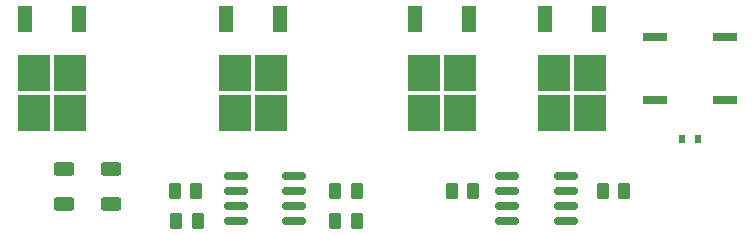
<source format=gbr>
%TF.GenerationSoftware,KiCad,Pcbnew,(6.0.1)*%
%TF.CreationDate,2022-03-07T20:23:26-06:00*%
%TF.ProjectId,light_board,6c696768-745f-4626-9f61-72642e6b6963,rev?*%
%TF.SameCoordinates,Original*%
%TF.FileFunction,Paste,Top*%
%TF.FilePolarity,Positive*%
%FSLAX46Y46*%
G04 Gerber Fmt 4.6, Leading zero omitted, Abs format (unit mm)*
G04 Created by KiCad (PCBNEW (6.0.1)) date 2022-03-07 20:23:26*
%MOMM*%
%LPD*%
G01*
G04 APERTURE LIST*
G04 Aperture macros list*
%AMRoundRect*
0 Rectangle with rounded corners*
0 $1 Rounding radius*
0 $2 $3 $4 $5 $6 $7 $8 $9 X,Y pos of 4 corners*
0 Add a 4 corners polygon primitive as box body*
4,1,4,$2,$3,$4,$5,$6,$7,$8,$9,$2,$3,0*
0 Add four circle primitives for the rounded corners*
1,1,$1+$1,$2,$3*
1,1,$1+$1,$4,$5*
1,1,$1+$1,$6,$7*
1,1,$1+$1,$8,$9*
0 Add four rect primitives between the rounded corners*
20,1,$1+$1,$2,$3,$4,$5,0*
20,1,$1+$1,$4,$5,$6,$7,0*
20,1,$1+$1,$6,$7,$8,$9,0*
20,1,$1+$1,$8,$9,$2,$3,0*%
G04 Aperture macros list end*
%ADD10RoundRect,0.250000X-0.625000X0.312500X-0.625000X-0.312500X0.625000X-0.312500X0.625000X0.312500X0*%
%ADD11R,0.600000X0.700000*%
%ADD12RoundRect,0.150000X-0.825000X-0.150000X0.825000X-0.150000X0.825000X0.150000X-0.825000X0.150000X0*%
%ADD13R,2.750000X3.050000*%
%ADD14R,1.200000X2.200000*%
%ADD15RoundRect,0.250000X0.625000X-0.312500X0.625000X0.312500X-0.625000X0.312500X-0.625000X-0.312500X0*%
%ADD16R,2.000000X0.800000*%
%ADD17RoundRect,0.250000X0.262500X0.450000X-0.262500X0.450000X-0.262500X-0.450000X0.262500X-0.450000X0*%
%ADD18RoundRect,0.250000X-0.262500X-0.450000X0.262500X-0.450000X0.262500X0.450000X-0.262500X0.450000X0*%
G04 APERTURE END LIST*
D10*
%TO.C,R9*%
X102500000Y-112437500D03*
X102500000Y-115362500D03*
%TD*%
D11*
%TO.C,D3*%
X154800000Y-109900000D03*
X156200000Y-109900000D03*
%TD*%
D12*
%TO.C,Q6*%
X140025000Y-112995000D03*
X140025000Y-114265000D03*
X140025000Y-115535000D03*
X140025000Y-116805000D03*
X144975000Y-116805000D03*
X144975000Y-115535000D03*
X144975000Y-114265000D03*
X144975000Y-112995000D03*
%TD*%
D13*
%TO.C,Q3*%
X147025000Y-107675000D03*
X143975000Y-104325000D03*
X143975000Y-107675000D03*
X147025000Y-104325000D03*
D14*
X147780000Y-99700000D03*
X143220000Y-99700000D03*
%TD*%
D13*
%TO.C,Q4*%
X132975000Y-107675000D03*
X136025000Y-104325000D03*
X136025000Y-107675000D03*
X132975000Y-104325000D03*
D14*
X136780000Y-99700000D03*
X132220000Y-99700000D03*
%TD*%
D13*
%TO.C,Q1*%
X103025000Y-104325000D03*
X99975000Y-107675000D03*
X99975000Y-104325000D03*
X103025000Y-107675000D03*
D14*
X103780000Y-99700000D03*
X99220000Y-99700000D03*
%TD*%
D15*
%TO.C,R10*%
X106500000Y-115362500D03*
X106500000Y-112437500D03*
%TD*%
D16*
%TO.C,K1*%
X152500000Y-106600000D03*
X152500000Y-101200000D03*
X158500000Y-101200000D03*
X158500000Y-106600000D03*
%TD*%
D17*
%TO.C,R2*%
X137152500Y-114270000D03*
X135327500Y-114270000D03*
%TD*%
D18*
%TO.C,R8*%
X148117500Y-114260000D03*
X149942500Y-114260000D03*
%TD*%
D17*
%TO.C,R3*%
X113822500Y-116830000D03*
X111997500Y-116830000D03*
%TD*%
D12*
%TO.C,Q5*%
X117025000Y-112995000D03*
X117025000Y-114265000D03*
X117025000Y-115535000D03*
X117025000Y-116805000D03*
X121975000Y-116805000D03*
X121975000Y-115535000D03*
X121975000Y-114265000D03*
X121975000Y-112995000D03*
%TD*%
D18*
%TO.C,R7*%
X125457500Y-114290000D03*
X127282500Y-114290000D03*
%TD*%
D13*
%TO.C,Q2*%
X120025000Y-107675000D03*
X116975000Y-104325000D03*
X120025000Y-104325000D03*
X116975000Y-107675000D03*
D14*
X120780000Y-99700000D03*
X116220000Y-99700000D03*
%TD*%
D17*
%TO.C,R1*%
X113712500Y-114240000D03*
X111887500Y-114240000D03*
%TD*%
D18*
%TO.C,R5*%
X125457500Y-116790000D03*
X127282500Y-116790000D03*
%TD*%
M02*

</source>
